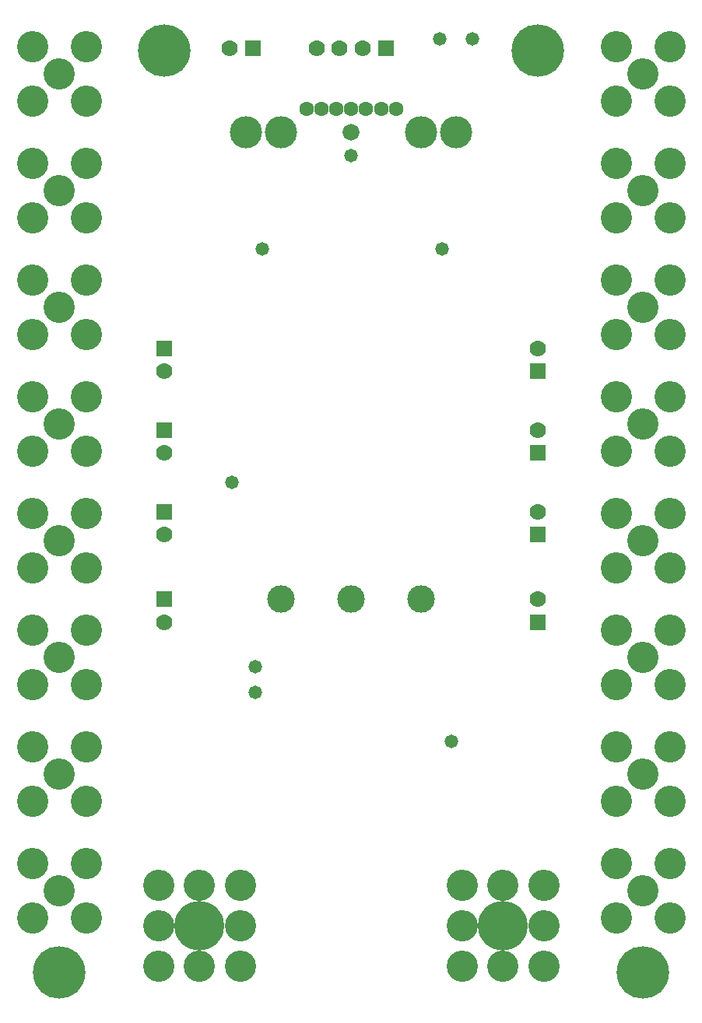
<source format=gbs>
G04*
G04 #@! TF.GenerationSoftware,Altium Limited,Altium Designer,21.0.9 (235)*
G04*
G04 Layer_Color=16711935*
%FSLAX25Y25*%
%MOIN*%
G70*
G04*
G04 #@! TF.SameCoordinates,8E229722-651F-490A-BCF0-B95CB4724CBD*
G04*
G04*
G04 #@! TF.FilePolarity,Negative*
G04*
G01*
G75*
%ADD23R,0.07000X0.07000*%
%ADD24C,0.07000*%
%ADD25C,0.06300*%
%ADD26C,0.13800*%
%ADD27C,0.11800*%
%ADD28C,0.07200*%
%ADD29C,0.13398*%
%ADD30C,0.21272*%
%ADD31R,0.07000X0.07000*%
%ADD32C,0.22453*%
%ADD33C,0.05800*%
D23*
X164764Y411067D02*
D03*
X107921D02*
D03*
D24*
X154921D02*
D03*
X145079D02*
D03*
X135236D02*
D03*
X98079D02*
D03*
X69933Y202579D02*
D03*
Y165079D02*
D03*
Y237579D02*
D03*
Y272579D02*
D03*
X230067Y282421D02*
D03*
Y247421D02*
D03*
Y212421D02*
D03*
Y174921D02*
D03*
D25*
X169200Y385000D02*
D03*
X130800D02*
D03*
X137200D02*
D03*
X143600D02*
D03*
X162800D02*
D03*
X156400D02*
D03*
X150000D02*
D03*
D26*
X195000Y375000D02*
D03*
X180000D02*
D03*
X120000D02*
D03*
X105000D02*
D03*
D27*
X120000Y175000D02*
D03*
X180000D02*
D03*
X150000D02*
D03*
D28*
Y375000D02*
D03*
D29*
X25000Y50000D02*
D03*
X36555Y38445D02*
D03*
X13445D02*
D03*
X36555Y61555D02*
D03*
X13445D02*
D03*
X25000Y100000D02*
D03*
X36555Y88445D02*
D03*
X13445D02*
D03*
X36555Y111555D02*
D03*
X13445D02*
D03*
X25000Y150000D02*
D03*
X36555Y138445D02*
D03*
X13445D02*
D03*
X36555Y161555D02*
D03*
X13445D02*
D03*
X25000Y200000D02*
D03*
X36555Y188445D02*
D03*
X13445D02*
D03*
X36555Y211555D02*
D03*
X13445D02*
D03*
X25000Y250000D02*
D03*
X36555Y238445D02*
D03*
X13445D02*
D03*
X36555Y261555D02*
D03*
X13445D02*
D03*
X25000Y300000D02*
D03*
X36555Y288445D02*
D03*
X13445D02*
D03*
X36555Y311555D02*
D03*
X13445D02*
D03*
X25000Y350000D02*
D03*
X36555Y338445D02*
D03*
X13445D02*
D03*
X36555Y361555D02*
D03*
X13445D02*
D03*
X25000Y400000D02*
D03*
X36555Y388445D02*
D03*
X13445D02*
D03*
X36555Y411555D02*
D03*
X13445D02*
D03*
X275000Y400000D02*
D03*
X286555Y388445D02*
D03*
X263445D02*
D03*
X286555Y411555D02*
D03*
X263445D02*
D03*
X275000Y350000D02*
D03*
X286555Y338445D02*
D03*
X263445D02*
D03*
X286555Y361555D02*
D03*
X263445D02*
D03*
X275000Y300000D02*
D03*
X286555Y288445D02*
D03*
X263445D02*
D03*
X286555Y311555D02*
D03*
X263445D02*
D03*
X275000Y250000D02*
D03*
X286555Y238445D02*
D03*
X263445D02*
D03*
X286555Y261555D02*
D03*
X263445D02*
D03*
X275000Y200000D02*
D03*
X286555Y188445D02*
D03*
X263445D02*
D03*
X286555Y211555D02*
D03*
X263445D02*
D03*
X275000Y150000D02*
D03*
X286555Y138445D02*
D03*
X263445D02*
D03*
X286555Y161555D02*
D03*
X263445D02*
D03*
X275000Y100000D02*
D03*
X286555Y88445D02*
D03*
X263445D02*
D03*
X286555Y111555D02*
D03*
X263445D02*
D03*
X275000Y50000D02*
D03*
X286555Y38445D02*
D03*
X263445D02*
D03*
X286555Y61555D02*
D03*
X263445D02*
D03*
X232461Y17539D02*
D03*
X215000D02*
D03*
X197539D02*
D03*
Y35000D02*
D03*
X232461D02*
D03*
Y52461D02*
D03*
X215000D02*
D03*
X197539D02*
D03*
X102461Y17539D02*
D03*
X85000D02*
D03*
X67539D02*
D03*
Y35000D02*
D03*
X102461D02*
D03*
Y52461D02*
D03*
X85000D02*
D03*
X67539D02*
D03*
D30*
X215000Y35000D02*
D03*
X85000D02*
D03*
D31*
X69933Y212421D02*
D03*
Y174921D02*
D03*
Y247421D02*
D03*
Y282421D02*
D03*
X230067Y272579D02*
D03*
Y237579D02*
D03*
Y202579D02*
D03*
Y165079D02*
D03*
D32*
X25000Y15000D02*
D03*
X230000Y410000D02*
D03*
X70000D02*
D03*
X275000Y15000D02*
D03*
D33*
X150000Y365000D02*
D03*
X202000Y415000D02*
D03*
X188000D02*
D03*
X189000Y325000D02*
D03*
X112000D02*
D03*
X99000Y225000D02*
D03*
X109000Y135000D02*
D03*
X193000Y114000D02*
D03*
X109000Y146000D02*
D03*
M02*

</source>
